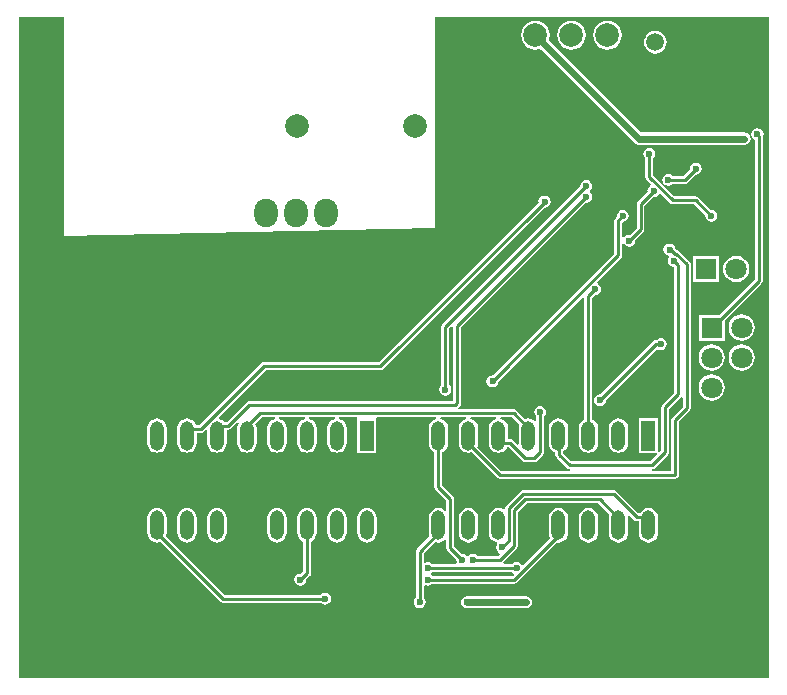
<source format=gbl>
G04*
G04 #@! TF.GenerationSoftware,Altium Limited,Altium Designer,19.1.5 (86)*
G04*
G04 Layer_Physical_Order=2*
G04 Layer_Color=16711680*
%FSLAX25Y25*%
%MOIN*%
G70*
G01*
G75*
%ADD14C,0.01000*%
%ADD64C,0.02362*%
%ADD66R,0.05906X0.05906*%
%ADD67C,0.05906*%
%ADD68C,0.07874*%
%ADD69C,0.07087*%
%ADD70R,0.07087X0.07087*%
%ADD71R,0.07087X0.07087*%
%ADD72O,0.07874X0.09449*%
%ADD73O,0.04724X0.09843*%
%ADD74R,0.04724X0.09843*%
%ADD75C,0.11811*%
%ADD76C,0.02362*%
G36*
X562848Y433268D02*
Y322638D01*
Y266680D01*
X312825D01*
Y317000D01*
Y409055D01*
Y414011D01*
Y460000D01*
Y487257D01*
X327953D01*
Y414309D01*
X451575Y416741D01*
X451575Y487257D01*
X562848D01*
Y433268D01*
D02*
G37*
%LPC*%
G36*
X509055Y485880D02*
X507819Y485717D01*
X506666Y485240D01*
X505677Y484481D01*
X504917Y483491D01*
X504440Y482339D01*
X504277Y481102D01*
X504440Y479866D01*
X504917Y478713D01*
X505677Y477724D01*
X506666Y476965D01*
X507819Y476487D01*
X509055Y476325D01*
X510292Y476487D01*
X511444Y476965D01*
X512434Y477724D01*
X513193Y478713D01*
X513670Y479866D01*
X513833Y481102D01*
X513670Y482339D01*
X513193Y483491D01*
X512434Y484481D01*
X511444Y485240D01*
X510292Y485717D01*
X509055Y485880D01*
D02*
G37*
G36*
X497055D02*
X495819Y485717D01*
X494666Y485240D01*
X493677Y484481D01*
X492917Y483491D01*
X492440Y482339D01*
X492277Y481102D01*
X492440Y479866D01*
X492917Y478713D01*
X493677Y477724D01*
X494666Y476965D01*
X495819Y476487D01*
X497055Y476325D01*
X498292Y476487D01*
X499444Y476965D01*
X500434Y477724D01*
X501193Y478713D01*
X501670Y479866D01*
X501833Y481102D01*
X501670Y482339D01*
X501193Y483491D01*
X500434Y484481D01*
X499444Y485240D01*
X498292Y485717D01*
X497055Y485880D01*
D02*
G37*
G36*
X525039Y482525D02*
X524060Y482396D01*
X523147Y482018D01*
X522363Y481417D01*
X521761Y480633D01*
X521383Y479720D01*
X521254Y478740D01*
X521383Y477761D01*
X521761Y476848D01*
X522363Y476064D01*
X523147Y475462D01*
X524060Y475084D01*
X525039Y474955D01*
X526019Y475084D01*
X526932Y475462D01*
X527716Y476064D01*
X528317Y476848D01*
X528696Y477761D01*
X528825Y478740D01*
X528696Y479720D01*
X528317Y480633D01*
X527716Y481417D01*
X526932Y482018D01*
X526019Y482396D01*
X525039Y482525D01*
D02*
G37*
G36*
X485055Y485880D02*
X483818Y485717D01*
X482666Y485240D01*
X481677Y484481D01*
X480917Y483491D01*
X480440Y482339D01*
X480277Y481102D01*
X480440Y479866D01*
X480917Y478713D01*
X481677Y477724D01*
X482666Y476965D01*
X483818Y476487D01*
X485055Y476325D01*
X486292Y476487D01*
X486661Y476640D01*
X518076Y445225D01*
X518731Y444787D01*
X519504Y444633D01*
X554724D01*
X555497Y444787D01*
X556153Y445225D01*
X556591Y445880D01*
X556744Y446653D01*
X556591Y447426D01*
X556153Y448081D01*
X555497Y448519D01*
X554724Y448673D01*
X520341D01*
X489517Y479497D01*
X489670Y479866D01*
X489833Y481102D01*
X489670Y482339D01*
X489193Y483491D01*
X488434Y484481D01*
X487444Y485240D01*
X486292Y485717D01*
X485055Y485880D01*
D02*
G37*
G36*
X523019Y443555D02*
X522246Y443401D01*
X521590Y442963D01*
X521152Y442308D01*
X520998Y441535D01*
X521152Y440762D01*
X521590Y440107D01*
X521693Y440038D01*
Y433793D01*
X521794Y433286D01*
X522081Y432856D01*
X523494Y431443D01*
X523393Y430837D01*
X522981Y430562D01*
X522543Y429907D01*
X522390Y429134D01*
X522414Y429013D01*
X519141Y425740D01*
X518854Y425310D01*
X518753Y424803D01*
Y416889D01*
X516459Y414594D01*
X516337Y414618D01*
X515564Y414465D01*
X514909Y414027D01*
X514766Y413813D01*
X514086Y413694D01*
X514003Y413755D01*
Y418370D01*
X514173Y418846D01*
X514946Y419000D01*
X515601Y419438D01*
X516039Y420093D01*
X516193Y420866D01*
X516039Y421639D01*
X515601Y422294D01*
X514946Y422732D01*
X514173Y422886D01*
X513400Y422732D01*
X512745Y422294D01*
X512307Y421639D01*
X512153Y420866D01*
X512178Y420745D01*
X511740Y420307D01*
X511453Y419877D01*
X511352Y419370D01*
Y408230D01*
X470865Y367744D01*
X470744Y367768D01*
X469971Y367614D01*
X469315Y367176D01*
X468878Y366521D01*
X468724Y365748D01*
X468878Y364975D01*
X469315Y364320D01*
X469971Y363882D01*
X470744Y363728D01*
X471517Y363882D01*
X472172Y364320D01*
X472610Y364975D01*
X472764Y365748D01*
X472740Y365869D01*
X500852Y393982D01*
X501352Y393774D01*
Y353071D01*
X501083Y352959D01*
X500422Y352452D01*
X499915Y351792D01*
X499596Y351022D01*
X499488Y350197D01*
Y345079D01*
X499596Y344253D01*
X499915Y343484D01*
X500422Y342823D01*
X501083Y342317D01*
X501852Y341998D01*
X502677Y341889D01*
X503503Y341998D01*
X504272Y342317D01*
X504932Y342823D01*
X505439Y343484D01*
X505758Y344253D01*
X505867Y345079D01*
Y350197D01*
X505758Y351022D01*
X505439Y351792D01*
X504932Y352452D01*
X504272Y352959D01*
X504003Y353071D01*
Y393652D01*
X504812Y394461D01*
X504933Y394437D01*
X505706Y394590D01*
X506361Y395028D01*
X506799Y395684D01*
X506953Y396457D01*
X506799Y397230D01*
X506361Y397885D01*
X505822Y398245D01*
X505671Y398801D01*
X513615Y406744D01*
X513902Y407174D01*
X514003Y407681D01*
Y411442D01*
X514086Y411503D01*
X514766Y411384D01*
X514909Y411170D01*
X515564Y410732D01*
X516337Y410578D01*
X517110Y410732D01*
X517766Y411170D01*
X518203Y411825D01*
X518357Y412598D01*
X518333Y412720D01*
X521016Y415403D01*
X521303Y415833D01*
X521404Y416340D01*
Y424254D01*
X524288Y427138D01*
X524409Y427114D01*
X525182Y427268D01*
X525838Y427706D01*
X526113Y428117D01*
X526718Y428219D01*
X529841Y425096D01*
X530271Y424808D01*
X530779Y424708D01*
X537971D01*
X541692Y420987D01*
X541668Y420866D01*
X541821Y420093D01*
X542259Y419437D01*
X542915Y418999D01*
X543688Y418846D01*
X544461Y418999D01*
X545116Y419437D01*
X545554Y420093D01*
X545708Y420866D01*
X545554Y421639D01*
X545116Y422294D01*
X544461Y422732D01*
X543688Y422886D01*
X543566Y422861D01*
X539458Y426970D01*
X539028Y427258D01*
X538520Y427358D01*
X531328D01*
X527720Y430966D01*
X528039Y431354D01*
X528169Y431268D01*
X528558Y431007D01*
X529331Y430854D01*
X530104Y431007D01*
X530760Y431445D01*
X530828Y431548D01*
X534780D01*
X535287Y431649D01*
X535717Y431936D01*
X538399Y434618D01*
X538520Y434594D01*
X539293Y434748D01*
X539949Y435186D01*
X540386Y435841D01*
X540540Y436614D01*
X540386Y437387D01*
X539949Y438042D01*
X539293Y438480D01*
X538520Y438634D01*
X537747Y438480D01*
X537092Y438042D01*
X536654Y437387D01*
X536501Y436614D01*
X536525Y436493D01*
X534231Y434199D01*
X530828D01*
X530760Y434302D01*
X530104Y434739D01*
X529331Y434893D01*
X528558Y434739D01*
X527903Y434302D01*
X527465Y433646D01*
X527311Y432873D01*
X527465Y432100D01*
X527726Y431711D01*
X527812Y431581D01*
X527424Y431262D01*
X524344Y434342D01*
Y440038D01*
X524447Y440107D01*
X524885Y440762D01*
X525038Y441535D01*
X524885Y442308D01*
X524447Y442963D01*
X523791Y443401D01*
X523019Y443555D01*
D02*
G37*
G36*
X501969Y432874D02*
X501196Y432720D01*
X500540Y432282D01*
X500103Y431627D01*
X499949Y430854D01*
X499973Y430733D01*
X454063Y384823D01*
X453776Y384393D01*
X453675Y383886D01*
Y364489D01*
X453572Y364420D01*
X453134Y363765D01*
X452980Y362992D01*
X453134Y362219D01*
X453572Y361564D01*
X454227Y361126D01*
X455000Y360972D01*
X455773Y361126D01*
X456429Y361564D01*
X456867Y362219D01*
X457020Y362992D01*
X456867Y363765D01*
X456429Y364420D01*
X456326Y364489D01*
Y383337D01*
X457033Y384044D01*
X457533Y383837D01*
Y359200D01*
X389685D01*
X389178Y359099D01*
X388748Y358811D01*
X382171Y352235D01*
X381320D01*
X381153Y352452D01*
X380492Y352959D01*
X379723Y353278D01*
X379569Y353298D01*
X379408Y353771D01*
X395177Y369541D01*
X433365D01*
X433873Y369642D01*
X434303Y369929D01*
X487968Y423595D01*
X488090Y423571D01*
X488863Y423724D01*
X489518Y424162D01*
X489956Y424818D01*
X490110Y425591D01*
X489956Y426364D01*
X489518Y427019D01*
X488863Y427457D01*
X488090Y427610D01*
X487317Y427457D01*
X486661Y427019D01*
X486224Y426364D01*
X486070Y425591D01*
X486094Y425469D01*
X432816Y372192D01*
X394628D01*
X394121Y372091D01*
X393691Y371803D01*
X372910Y351022D01*
X371978D01*
X371978Y351022D01*
X371660Y351792D01*
X371153Y352452D01*
X370492Y352959D01*
X369723Y353278D01*
X368898Y353386D01*
X368072Y353278D01*
X367303Y352959D01*
X366642Y352452D01*
X366135Y351792D01*
X365817Y351022D01*
X365708Y350197D01*
Y345079D01*
X365817Y344253D01*
X366135Y343484D01*
X366642Y342823D01*
X367303Y342317D01*
X368072Y341998D01*
X368898Y341889D01*
X369723Y341998D01*
X370492Y342317D01*
X371153Y342823D01*
X371660Y343484D01*
X371978Y344253D01*
X372087Y345079D01*
Y348371D01*
X373459D01*
X373966Y348472D01*
X374396Y348760D01*
X375246Y349609D01*
X375708Y349418D01*
Y345079D01*
X375817Y344253D01*
X376135Y343484D01*
X376642Y342823D01*
X377303Y342317D01*
X378072Y341998D01*
X378898Y341889D01*
X379723Y341998D01*
X380492Y342317D01*
X381153Y342823D01*
X381660Y343484D01*
X381978Y344253D01*
X382087Y345079D01*
Y349584D01*
X382720D01*
X383228Y349685D01*
X383658Y349972D01*
X385723Y352038D01*
X386135Y351792D01*
X385817Y351022D01*
X385708Y350197D01*
Y345079D01*
X385817Y344253D01*
X386135Y343484D01*
X386642Y342823D01*
X387303Y342317D01*
X388072Y341998D01*
X388898Y341889D01*
X389723Y341998D01*
X390492Y342317D01*
X391153Y342823D01*
X391660Y343484D01*
X391978Y344253D01*
X392087Y345079D01*
Y350197D01*
X391978Y351022D01*
X391717Y351654D01*
X393856Y353793D01*
X398153D01*
X398186Y353293D01*
X398072Y353278D01*
X397303Y352959D01*
X396642Y352452D01*
X396135Y351792D01*
X395817Y351022D01*
X395708Y350197D01*
Y345079D01*
X395817Y344253D01*
X396135Y343484D01*
X396642Y342823D01*
X397303Y342317D01*
X398072Y341998D01*
X398898Y341889D01*
X399723Y341998D01*
X400492Y342317D01*
X401153Y342823D01*
X401660Y343484D01*
X401978Y344253D01*
X402087Y345079D01*
Y350197D01*
X401978Y351022D01*
X401660Y351792D01*
X401153Y352452D01*
X400492Y352959D01*
X399723Y353278D01*
X399609Y353293D01*
X399642Y353793D01*
X408153D01*
X408186Y353293D01*
X408072Y353278D01*
X407303Y352959D01*
X406642Y352452D01*
X406135Y351792D01*
X405817Y351022D01*
X405708Y350197D01*
Y345079D01*
X405817Y344253D01*
X406135Y343484D01*
X406642Y342823D01*
X407303Y342317D01*
X408072Y341998D01*
X408898Y341889D01*
X409723Y341998D01*
X410492Y342317D01*
X411153Y342823D01*
X411660Y343484D01*
X411978Y344253D01*
X412087Y345079D01*
Y350197D01*
X411978Y351022D01*
X411660Y351792D01*
X411153Y352452D01*
X410492Y352959D01*
X409723Y353278D01*
X409609Y353293D01*
X409642Y353793D01*
X418153D01*
X418186Y353293D01*
X418072Y353278D01*
X417303Y352959D01*
X416642Y352452D01*
X416135Y351792D01*
X415817Y351022D01*
X415708Y350197D01*
Y345079D01*
X415817Y344253D01*
X416135Y343484D01*
X416642Y342823D01*
X417303Y342317D01*
X418072Y341998D01*
X418898Y341889D01*
X419723Y341998D01*
X420492Y342317D01*
X421153Y342823D01*
X421660Y343484D01*
X421978Y344253D01*
X422087Y345079D01*
Y350197D01*
X421978Y351022D01*
X421660Y351792D01*
X421153Y352452D01*
X420492Y352959D01*
X419723Y353278D01*
X419609Y353293D01*
X419642Y353793D01*
X425575D01*
X425735Y353359D01*
X425735Y353293D01*
Y341916D01*
X432060D01*
Y353293D01*
X432060Y353359D01*
X432220Y353793D01*
X451933D01*
X451965Y353293D01*
X451852Y353278D01*
X451083Y352959D01*
X450422Y352452D01*
X449915Y351792D01*
X449596Y351022D01*
X449488Y350197D01*
Y345079D01*
X449596Y344253D01*
X449915Y343484D01*
X450422Y342823D01*
X451083Y342317D01*
X451352Y342205D01*
Y330394D01*
X451453Y329886D01*
X451740Y329456D01*
X455328Y325868D01*
Y322770D01*
X454828Y322611D01*
X454272Y323038D01*
X453503Y323357D01*
X452677Y323465D01*
X451852Y323357D01*
X451083Y323038D01*
X450422Y322531D01*
X449915Y321870D01*
X449596Y321101D01*
X449488Y320276D01*
Y315158D01*
X449596Y314332D01*
X449708Y314063D01*
X445519Y309874D01*
X445232Y309444D01*
X445131Y308937D01*
Y293623D01*
X445028Y293554D01*
X444591Y292899D01*
X444437Y292126D01*
X444591Y291353D01*
X445028Y290698D01*
X445684Y290260D01*
X446457Y290106D01*
X447230Y290260D01*
X447885Y290698D01*
X448323Y291353D01*
X448477Y292126D01*
X448323Y292899D01*
X447885Y293554D01*
X447782Y293623D01*
Y297578D01*
X448282Y297845D01*
X448439Y297740D01*
X449212Y297586D01*
X449985Y297740D01*
X450640Y298178D01*
X450709Y298281D01*
X478071D01*
X478579Y298382D01*
X479009Y298669D01*
X492351Y312011D01*
X492677Y311968D01*
X493503Y312077D01*
X494272Y312395D01*
X494933Y312902D01*
X495439Y313563D01*
X495758Y314332D01*
X495867Y315158D01*
Y320276D01*
X495758Y321101D01*
X495439Y321870D01*
X494933Y322531D01*
X494272Y323038D01*
X493503Y323357D01*
X492677Y323465D01*
X491852Y323357D01*
X491082Y323038D01*
X490422Y322531D01*
X489915Y321870D01*
X489596Y321101D01*
X489488Y320276D01*
Y315158D01*
X489596Y314332D01*
X489915Y313563D01*
X490019Y313428D01*
X481049Y304458D01*
X480443Y304560D01*
X480168Y304972D01*
X479513Y305410D01*
X478740Y305563D01*
X477967Y305410D01*
X477312Y304972D01*
X477243Y304869D01*
X474446D01*
X474291Y305340D01*
X474291Y305369D01*
X478736Y309815D01*
X479024Y310245D01*
X479125Y310752D01*
Y322132D01*
X482084Y325092D01*
X505986D01*
X509708Y321370D01*
X509596Y321101D01*
X509488Y320276D01*
Y315158D01*
X509596Y314332D01*
X509915Y313563D01*
X510422Y312902D01*
X511083Y312395D01*
X511852Y312077D01*
X512677Y311968D01*
X513503Y312077D01*
X514272Y312395D01*
X514932Y312902D01*
X515439Y313563D01*
X515758Y314332D01*
X515867Y315158D01*
Y320276D01*
X515782Y320916D01*
X516256Y321149D01*
X517878Y319527D01*
X518308Y319240D01*
X518815Y319139D01*
X519488D01*
Y315158D01*
X519596Y314332D01*
X519915Y313563D01*
X520422Y312902D01*
X521082Y312395D01*
X521852Y312077D01*
X522677Y311968D01*
X523503Y312077D01*
X524272Y312395D01*
X524932Y312902D01*
X525439Y313563D01*
X525758Y314332D01*
X525867Y315158D01*
Y320276D01*
X525758Y321101D01*
X525439Y321870D01*
X524932Y322531D01*
X524272Y323038D01*
X523503Y323357D01*
X522677Y323465D01*
X521852Y323357D01*
X521082Y323038D01*
X520422Y322531D01*
X519915Y321870D01*
X519882Y321790D01*
X519364D01*
X512170Y328984D01*
X511740Y329272D01*
X511232Y329373D01*
X480860D01*
X480353Y329272D01*
X479923Y328984D01*
X475232Y324293D01*
X474945Y323864D01*
X474844Y323356D01*
Y323164D01*
X474395Y322943D01*
X474272Y323038D01*
X473503Y323357D01*
X472677Y323465D01*
X471852Y323357D01*
X471082Y323038D01*
X470422Y322531D01*
X469915Y321870D01*
X469596Y321101D01*
X469488Y320276D01*
Y315158D01*
X469596Y314332D01*
X469915Y313563D01*
X470422Y312902D01*
X471082Y312395D01*
X471852Y312077D01*
X472150Y312037D01*
X472393Y311501D01*
X472138Y311119D01*
X471984Y310346D01*
X472138Y309573D01*
X472576Y308918D01*
X473060Y308594D01*
X473190Y308017D01*
X472797Y307625D01*
X465670D01*
X465601Y307728D01*
X464946Y308165D01*
X464173Y308319D01*
X463400Y308165D01*
X462745Y307728D01*
X462652Y307588D01*
X462152D01*
X462058Y307728D01*
X461403Y308165D01*
X460630Y308319D01*
X460509Y308295D01*
X457979Y310825D01*
Y326417D01*
X457878Y326924D01*
X457591Y327355D01*
X454003Y330943D01*
Y342205D01*
X454272Y342317D01*
X454932Y342823D01*
X455439Y343484D01*
X455758Y344253D01*
X455867Y345079D01*
Y350197D01*
X455758Y351022D01*
X455439Y351792D01*
X454932Y352452D01*
X454272Y352959D01*
X453503Y353278D01*
X453389Y353293D01*
X453422Y353793D01*
X461933D01*
X461965Y353293D01*
X461852Y353278D01*
X461083Y352959D01*
X460422Y352452D01*
X459915Y351792D01*
X459596Y351022D01*
X459488Y350197D01*
Y345079D01*
X459596Y344253D01*
X459915Y343484D01*
X460422Y342823D01*
X461083Y342317D01*
X461852Y341998D01*
X462677Y341889D01*
X463503Y341998D01*
X463772Y342109D01*
X472173Y333708D01*
X472603Y333421D01*
X473110Y333320D01*
X531692D01*
X532199Y333421D01*
X532629Y333708D01*
X532916Y334138D01*
X533017Y334646D01*
Y352402D01*
X536370Y355756D01*
X536658Y356186D01*
X536759Y356693D01*
Y404843D01*
X536658Y405350D01*
X536370Y405780D01*
X532997Y409154D01*
X532567Y409441D01*
X532074Y409539D01*
X531713Y409900D01*
X531614Y410395D01*
X531177Y411050D01*
X530521Y411488D01*
X529748Y411642D01*
X528975Y411488D01*
X528320Y411050D01*
X527882Y410395D01*
X527728Y409622D01*
X527882Y408849D01*
X528320Y408193D01*
X528975Y407756D01*
X529351Y407681D01*
X529364Y407667D01*
X529540Y407133D01*
X529236Y406678D01*
X529082Y405905D01*
X529236Y405132D01*
X529674Y404477D01*
X530329Y404039D01*
X531102Y403886D01*
X531352Y403440D01*
Y361966D01*
X527409Y358024D01*
X527122Y357594D01*
X527021Y357087D01*
Y342722D01*
X526339Y342040D01*
X525839Y342247D01*
Y353359D01*
X519515D01*
Y341916D01*
X525509D01*
X525716Y341417D01*
X523420Y339121D01*
X497006D01*
X494361Y341766D01*
Y342385D01*
X494933Y342823D01*
X495439Y343484D01*
X495758Y344253D01*
X495867Y345079D01*
Y350197D01*
X495758Y351022D01*
X495439Y351792D01*
X494933Y352452D01*
X494272Y352959D01*
X493503Y353278D01*
X492677Y353386D01*
X491852Y353278D01*
X491082Y352959D01*
X490422Y352452D01*
X489915Y351792D01*
X489596Y351022D01*
X489488Y350197D01*
Y345079D01*
X489596Y344253D01*
X489915Y343484D01*
X490422Y342823D01*
X491082Y342317D01*
X491710Y342057D01*
Y341216D01*
X491811Y340709D01*
X492098Y340279D01*
X495519Y336858D01*
X495949Y336571D01*
X496457Y336470D01*
X496454Y335971D01*
X473659D01*
X465647Y343984D01*
X465758Y344253D01*
X465867Y345079D01*
Y350197D01*
X465758Y351022D01*
X465439Y351792D01*
X464932Y352452D01*
X464272Y352959D01*
X463503Y353278D01*
X463389Y353293D01*
X463422Y353793D01*
X471933D01*
X471965Y353293D01*
X471852Y353278D01*
X471082Y352959D01*
X470422Y352452D01*
X469915Y351792D01*
X469596Y351022D01*
X469488Y350197D01*
Y345079D01*
X469596Y344253D01*
X469915Y343484D01*
X470422Y342823D01*
X471082Y342317D01*
X471852Y341998D01*
X472677Y341889D01*
X473503Y341998D01*
X474272Y342317D01*
X474932Y342823D01*
X475439Y343484D01*
X475550Y343751D01*
X476072Y343814D01*
X480665Y339220D01*
X481096Y338933D01*
X481603Y338832D01*
X484599D01*
X485107Y338933D01*
X485536Y339220D01*
X487551Y341235D01*
X487839Y341665D01*
X487940Y342172D01*
Y354015D01*
X488042Y354083D01*
X488480Y354739D01*
X488634Y355512D01*
X488480Y356285D01*
X488042Y356940D01*
X487387Y357378D01*
X486614Y357532D01*
X485841Y357378D01*
X485186Y356940D01*
X484748Y356285D01*
X484594Y355512D01*
X484748Y354739D01*
X485186Y354083D01*
X485289Y354015D01*
Y352759D01*
X484789Y352562D01*
X484272Y352959D01*
X483503Y353278D01*
X482677Y353386D01*
X481852Y353278D01*
X481582Y353166D01*
X478693Y356055D01*
X478263Y356343D01*
X477756Y356444D01*
X459372D01*
X459218Y356914D01*
X459217Y356944D01*
X459796Y357523D01*
X460083Y357953D01*
X460184Y358460D01*
Y383664D01*
X501847Y425327D01*
X501968Y425303D01*
X502741Y425457D01*
X503397Y425894D01*
X503835Y426550D01*
X503988Y427323D01*
X503835Y428096D01*
X503397Y428751D01*
X503266Y428838D01*
Y429338D01*
X503397Y429426D01*
X503835Y430081D01*
X503989Y430854D01*
X503835Y431627D01*
X503397Y432282D01*
X502742Y432720D01*
X501969Y432874D01*
D02*
G37*
G36*
X546312Y407493D02*
X537625D01*
Y398806D01*
X546312D01*
Y407493D01*
D02*
G37*
G36*
X551968Y407530D02*
X550835Y407381D01*
X549778Y406944D01*
X548871Y406247D01*
X548175Y405340D01*
X547737Y404283D01*
X547588Y403150D01*
X547737Y402016D01*
X548175Y400959D01*
X548871Y400052D01*
X549778Y399356D01*
X550835Y398918D01*
X551968Y398769D01*
X553102Y398918D01*
X554159Y399356D01*
X555066Y400052D01*
X555762Y400959D01*
X556200Y402016D01*
X556349Y403150D01*
X556200Y404283D01*
X555762Y405340D01*
X555066Y406247D01*
X554159Y406944D01*
X553102Y407381D01*
X551968Y407530D01*
D02*
G37*
G36*
X559055Y450051D02*
X558282Y449898D01*
X557627Y449460D01*
X557189Y448805D01*
X557035Y448032D01*
X557189Y447259D01*
X557627Y446603D01*
X558123Y446271D01*
Y399801D01*
X546288Y387965D01*
X539476D01*
Y379279D01*
X548162D01*
Y386091D01*
X560386Y398315D01*
X560673Y398745D01*
X560774Y399252D01*
Y447039D01*
X560921Y447259D01*
X561075Y448032D01*
X560921Y448805D01*
X560483Y449460D01*
X559828Y449898D01*
X559055Y450051D01*
D02*
G37*
G36*
X553819Y388003D02*
X552685Y387854D01*
X551629Y387416D01*
X550721Y386720D01*
X550025Y385812D01*
X549587Y384756D01*
X549438Y383622D01*
X549587Y382488D01*
X550025Y381432D01*
X550721Y380524D01*
X551629Y379828D01*
X552685Y379391D01*
X553819Y379241D01*
X554953Y379391D01*
X556009Y379828D01*
X556917Y380524D01*
X557613Y381432D01*
X558050Y382488D01*
X558200Y383622D01*
X558050Y384756D01*
X557613Y385812D01*
X556917Y386720D01*
X556009Y387416D01*
X554953Y387854D01*
X553819Y388003D01*
D02*
G37*
G36*
X526846Y380170D02*
X526073Y380016D01*
X525418Y379578D01*
X525349Y379475D01*
X525295D01*
X524788Y379374D01*
X524358Y379087D01*
X506715Y361444D01*
X506593Y361468D01*
X505820Y361314D01*
X505165Y360876D01*
X504727Y360221D01*
X504573Y359448D01*
X504727Y358675D01*
X505165Y358020D01*
X505820Y357582D01*
X506593Y357428D01*
X507366Y357582D01*
X508022Y358020D01*
X508460Y358675D01*
X508613Y359448D01*
X508589Y359569D01*
X525612Y376592D01*
X526073Y376283D01*
X526846Y376130D01*
X527619Y376283D01*
X528274Y376721D01*
X528712Y377377D01*
X528866Y378150D01*
X528712Y378923D01*
X528274Y379578D01*
X527619Y380016D01*
X526846Y380170D01*
D02*
G37*
G36*
X553819Y378003D02*
X552685Y377853D01*
X551629Y377416D01*
X550721Y376720D01*
X550025Y375812D01*
X549587Y374756D01*
X549438Y373622D01*
X549587Y372488D01*
X550025Y371432D01*
X550721Y370524D01*
X551629Y369828D01*
X552685Y369391D01*
X553819Y369241D01*
X554953Y369391D01*
X556009Y369828D01*
X556917Y370524D01*
X557613Y371432D01*
X558050Y372488D01*
X558200Y373622D01*
X558050Y374756D01*
X557613Y375812D01*
X556917Y376720D01*
X556009Y377416D01*
X554953Y377853D01*
X553819Y378003D01*
D02*
G37*
G36*
X543819D02*
X542685Y377853D01*
X541629Y377416D01*
X540721Y376720D01*
X540025Y375812D01*
X539587Y374756D01*
X539438Y373622D01*
X539587Y372488D01*
X540025Y371432D01*
X540721Y370524D01*
X541629Y369828D01*
X542685Y369391D01*
X543819Y369241D01*
X544953Y369391D01*
X546009Y369828D01*
X546917Y370524D01*
X547613Y371432D01*
X548050Y372488D01*
X548200Y373622D01*
X548050Y374756D01*
X547613Y375812D01*
X546917Y376720D01*
X546009Y377416D01*
X544953Y377853D01*
X543819Y378003D01*
D02*
G37*
G36*
Y368003D02*
X542685Y367853D01*
X541629Y367416D01*
X540721Y366720D01*
X540025Y365812D01*
X539587Y364756D01*
X539438Y363622D01*
X539587Y362488D01*
X540025Y361432D01*
X540721Y360524D01*
X541629Y359828D01*
X542685Y359390D01*
X543819Y359241D01*
X544953Y359390D01*
X546009Y359828D01*
X546917Y360524D01*
X547613Y361432D01*
X548050Y362488D01*
X548200Y363622D01*
X548050Y364756D01*
X547613Y365812D01*
X546917Y366720D01*
X546009Y367416D01*
X544953Y367853D01*
X543819Y368003D01*
D02*
G37*
G36*
X512677Y353386D02*
X511852Y353278D01*
X511083Y352959D01*
X510422Y352452D01*
X509915Y351792D01*
X509596Y351022D01*
X509488Y350197D01*
Y345079D01*
X509596Y344253D01*
X509915Y343484D01*
X510422Y342823D01*
X511083Y342317D01*
X511852Y341998D01*
X512677Y341889D01*
X513503Y341998D01*
X514272Y342317D01*
X514932Y342823D01*
X515439Y343484D01*
X515758Y344253D01*
X515867Y345079D01*
Y350197D01*
X515758Y351022D01*
X515439Y351792D01*
X514932Y352452D01*
X514272Y352959D01*
X513503Y353278D01*
X512677Y353386D01*
D02*
G37*
G36*
X358898D02*
X358072Y353278D01*
X357303Y352959D01*
X356642Y352452D01*
X356135Y351792D01*
X355817Y351022D01*
X355708Y350197D01*
Y345079D01*
X355817Y344253D01*
X356135Y343484D01*
X356642Y342823D01*
X357303Y342317D01*
X358072Y341998D01*
X358898Y341889D01*
X359723Y341998D01*
X360492Y342317D01*
X361153Y342823D01*
X361660Y343484D01*
X361978Y344253D01*
X362087Y345079D01*
Y350197D01*
X361978Y351022D01*
X361660Y351792D01*
X361153Y352452D01*
X360492Y352959D01*
X359723Y353278D01*
X358898Y353386D01*
D02*
G37*
G36*
X502677Y323465D02*
X501852Y323357D01*
X501083Y323038D01*
X500422Y322531D01*
X499915Y321870D01*
X499596Y321101D01*
X499488Y320276D01*
Y315158D01*
X499596Y314332D01*
X499915Y313563D01*
X500422Y312902D01*
X501083Y312395D01*
X501852Y312077D01*
X502677Y311968D01*
X503503Y312077D01*
X504272Y312395D01*
X504932Y312902D01*
X505439Y313563D01*
X505758Y314332D01*
X505867Y315158D01*
Y320276D01*
X505758Y321101D01*
X505439Y321870D01*
X504932Y322531D01*
X504272Y323038D01*
X503503Y323357D01*
X502677Y323465D01*
D02*
G37*
G36*
X462677D02*
X461852Y323357D01*
X461083Y323038D01*
X460422Y322531D01*
X459915Y321870D01*
X459596Y321101D01*
X459488Y320276D01*
Y315158D01*
X459596Y314332D01*
X459915Y313563D01*
X460422Y312902D01*
X461083Y312395D01*
X461852Y312077D01*
X462677Y311968D01*
X463503Y312077D01*
X464272Y312395D01*
X464932Y312902D01*
X465439Y313563D01*
X465758Y314332D01*
X465867Y315158D01*
Y320276D01*
X465758Y321101D01*
X465439Y321870D01*
X464932Y322531D01*
X464272Y323038D01*
X463503Y323357D01*
X462677Y323465D01*
D02*
G37*
G36*
X428898D02*
X428072Y323357D01*
X427303Y323038D01*
X426642Y322531D01*
X426135Y321870D01*
X425817Y321101D01*
X425708Y320276D01*
Y315158D01*
X425817Y314332D01*
X426135Y313563D01*
X426642Y312902D01*
X427303Y312395D01*
X428072Y312077D01*
X428898Y311968D01*
X429723Y312077D01*
X430492Y312395D01*
X431153Y312902D01*
X431660Y313563D01*
X431978Y314332D01*
X432087Y315158D01*
Y320276D01*
X431978Y321101D01*
X431660Y321870D01*
X431153Y322531D01*
X430492Y323038D01*
X429723Y323357D01*
X428898Y323465D01*
D02*
G37*
G36*
X418898D02*
X418072Y323357D01*
X417303Y323038D01*
X416642Y322531D01*
X416135Y321870D01*
X415817Y321101D01*
X415708Y320276D01*
Y315158D01*
X415817Y314332D01*
X416135Y313563D01*
X416642Y312902D01*
X417303Y312395D01*
X418072Y312077D01*
X418898Y311968D01*
X419723Y312077D01*
X420492Y312395D01*
X421153Y312902D01*
X421660Y313563D01*
X421978Y314332D01*
X422087Y315158D01*
Y320276D01*
X421978Y321101D01*
X421660Y321870D01*
X421153Y322531D01*
X420492Y323038D01*
X419723Y323357D01*
X418898Y323465D01*
D02*
G37*
G36*
X398898D02*
X398072Y323357D01*
X397303Y323038D01*
X396642Y322531D01*
X396135Y321870D01*
X395817Y321101D01*
X395708Y320276D01*
Y315158D01*
X395817Y314332D01*
X396135Y313563D01*
X396642Y312902D01*
X397303Y312395D01*
X398072Y312077D01*
X398898Y311968D01*
X399723Y312077D01*
X400492Y312395D01*
X401153Y312902D01*
X401660Y313563D01*
X401978Y314332D01*
X402087Y315158D01*
Y320276D01*
X401978Y321101D01*
X401660Y321870D01*
X401153Y322531D01*
X400492Y323038D01*
X399723Y323357D01*
X398898Y323465D01*
D02*
G37*
G36*
X378898D02*
X378072Y323357D01*
X377303Y323038D01*
X376642Y322531D01*
X376135Y321870D01*
X375817Y321101D01*
X375708Y320276D01*
Y315158D01*
X375817Y314332D01*
X376135Y313563D01*
X376642Y312902D01*
X377303Y312395D01*
X378072Y312077D01*
X378898Y311968D01*
X379723Y312077D01*
X380492Y312395D01*
X381153Y312902D01*
X381660Y313563D01*
X381978Y314332D01*
X382087Y315158D01*
Y320276D01*
X381978Y321101D01*
X381660Y321870D01*
X381153Y322531D01*
X380492Y323038D01*
X379723Y323357D01*
X378898Y323465D01*
D02*
G37*
G36*
X368898D02*
X368072Y323357D01*
X367303Y323038D01*
X366642Y322531D01*
X366135Y321870D01*
X365817Y321101D01*
X365708Y320276D01*
Y315158D01*
X365817Y314332D01*
X366135Y313563D01*
X366642Y312902D01*
X367303Y312395D01*
X368072Y312077D01*
X368898Y311968D01*
X369723Y312077D01*
X370492Y312395D01*
X371153Y312902D01*
X371660Y313563D01*
X371978Y314332D01*
X372087Y315158D01*
Y320276D01*
X371978Y321101D01*
X371660Y321870D01*
X371153Y322531D01*
X370492Y323038D01*
X369723Y323357D01*
X368898Y323465D01*
D02*
G37*
G36*
X408898D02*
X408072Y323357D01*
X407303Y323038D01*
X406642Y322531D01*
X406135Y321870D01*
X405817Y321101D01*
X405708Y320276D01*
Y315158D01*
X405817Y314332D01*
X406135Y313563D01*
X406642Y312902D01*
X407303Y312395D01*
X407572Y312284D01*
Y302360D01*
X406814Y301602D01*
X406693Y301626D01*
X405920Y301472D01*
X405265Y301035D01*
X404827Y300379D01*
X404673Y299606D01*
X404827Y298833D01*
X405265Y298178D01*
X405920Y297740D01*
X406693Y297586D01*
X407466Y297740D01*
X408121Y298178D01*
X408559Y298833D01*
X408713Y299606D01*
X408689Y299728D01*
X409835Y300874D01*
X410122Y301304D01*
X410223Y301811D01*
Y312284D01*
X410492Y312395D01*
X411153Y312902D01*
X411660Y313563D01*
X411978Y314332D01*
X412087Y315158D01*
Y320276D01*
X411978Y321101D01*
X411660Y321870D01*
X411153Y322531D01*
X410492Y323038D01*
X409723Y323357D01*
X408898Y323465D01*
D02*
G37*
G36*
X358898D02*
X358072Y323357D01*
X357303Y323038D01*
X356642Y322531D01*
X356135Y321870D01*
X355817Y321101D01*
X355708Y320276D01*
Y315158D01*
X355817Y314332D01*
X356135Y313563D01*
X356642Y312902D01*
X357303Y312395D01*
X358072Y312077D01*
X358898Y311968D01*
X359723Y312077D01*
X359992Y312188D01*
X379811Y292370D01*
X380241Y292083D01*
X380748Y291982D01*
X413464D01*
X413532Y291879D01*
X414188Y291441D01*
X414961Y291287D01*
X415734Y291441D01*
X416389Y291879D01*
X416827Y292534D01*
X416981Y293307D01*
X416827Y294080D01*
X416389Y294735D01*
X415734Y295173D01*
X414961Y295327D01*
X414188Y295173D01*
X413532Y294735D01*
X413464Y294633D01*
X381297D01*
X361867Y314063D01*
X361978Y314332D01*
X362087Y315158D01*
Y320276D01*
X361978Y321101D01*
X361660Y321870D01*
X361153Y322531D01*
X360492Y323038D01*
X359723Y323357D01*
X358898Y323465D01*
D02*
G37*
G36*
X481890Y294146D02*
X462184D01*
X461411Y293992D01*
X460755Y293554D01*
X460318Y292899D01*
X460164Y292126D01*
X460318Y291353D01*
X460755Y290698D01*
X461411Y290260D01*
X462184Y290106D01*
X481890D01*
X482663Y290260D01*
X483318Y290698D01*
X483756Y291353D01*
X483910Y292126D01*
X483756Y292899D01*
X483318Y293554D01*
X482663Y293992D01*
X481890Y294146D01*
D02*
G37*
%LPD*%
G36*
X479708Y351292D02*
X479596Y351022D01*
X479488Y350197D01*
Y345079D01*
X479522Y344820D01*
X479048Y344586D01*
X477477Y346158D01*
X477047Y346445D01*
X476539Y346546D01*
X475867D01*
Y350197D01*
X475758Y351022D01*
X475439Y351792D01*
X474932Y352452D01*
X474272Y352959D01*
X473503Y353278D01*
X473389Y353293D01*
X473422Y353793D01*
X477207D01*
X479708Y351292D01*
D02*
G37*
G36*
X533637Y360473D02*
X534108Y360318D01*
Y357242D01*
X530754Y353889D01*
X530467Y353459D01*
X530366Y352951D01*
Y335971D01*
X523973D01*
X523969Y336470D01*
X524477Y336571D01*
X524907Y336858D01*
X529284Y341235D01*
X529571Y341665D01*
X529672Y342172D01*
Y356538D01*
X533608Y360473D01*
X533637Y360473D01*
D02*
G37*
G36*
X455328Y312664D02*
Y310276D01*
X455429Y309768D01*
X455716Y309338D01*
X458634Y306420D01*
X458610Y306299D01*
X458764Y305526D01*
X458869Y305369D01*
X458602Y304869D01*
X450710D01*
X450641Y304972D01*
X449986Y305410D01*
X449213Y305563D01*
X448440Y305410D01*
X448282Y305304D01*
X447782Y305572D01*
Y308388D01*
X451582Y312188D01*
X451852Y312077D01*
X452677Y311968D01*
X453503Y312077D01*
X454272Y312395D01*
X454828Y312822D01*
X455328Y312664D01*
D02*
G37*
G36*
X477312Y302115D02*
X477724Y301840D01*
X477812Y301312D01*
X477469Y300932D01*
X450709D01*
X450640Y301035D01*
X450282Y301274D01*
Y301875D01*
X450641Y302115D01*
X450710Y302218D01*
X477243D01*
X477312Y302115D01*
D02*
G37*
D14*
X478071Y299606D02*
X492677Y314212D01*
X449212Y299606D02*
X478071D01*
X492677Y314212D02*
Y317717D01*
X525295Y378150D02*
X526846D01*
X506593Y359448D02*
X525295Y378150D01*
X535433Y356693D02*
Y404843D01*
X532060Y408216D02*
X535433Y404843D01*
X531522Y408216D02*
X532060D01*
X530117Y409622D02*
X531522Y408216D01*
X529748Y409622D02*
X530117D01*
X531102Y405905D02*
X532677Y404331D01*
Y361417D02*
Y404331D01*
X528346Y357087D02*
X532677Y361417D01*
X528346Y342172D02*
Y357087D01*
X523969Y337795D02*
X528346Y342172D01*
X496457Y337795D02*
X523969D01*
X493035Y341216D02*
X496457Y337795D01*
X493035Y341216D02*
Y347280D01*
X492677Y347638D02*
X493035Y347280D01*
X470744Y365748D02*
X512677Y407681D01*
Y419370D01*
X534780Y432873D02*
X538520Y436614D01*
X529331Y432873D02*
X534780D01*
X523019Y433793D02*
X530779Y426033D01*
X538520D01*
X523019Y433793D02*
Y441535D01*
X520079Y424803D02*
X524409Y429134D01*
X520079Y416340D02*
Y424803D01*
X516337Y412598D02*
X520079Y416340D01*
X538520Y426033D02*
X543688Y420866D01*
X559055Y448032D02*
X559449Y447638D01*
Y399252D02*
Y447638D01*
X543819Y383622D02*
X559449Y399252D01*
X531692Y352951D02*
X535433Y356693D01*
X531692Y334646D02*
Y352951D01*
X473110Y334646D02*
X531692D01*
X462677Y345079D02*
X473110Y334646D01*
X520957Y320465D02*
X522677Y318744D01*
X518815Y320465D02*
X520957D01*
X522677Y317717D02*
Y318744D01*
X511232Y328047D02*
X518815Y320465D01*
X477756Y355118D02*
X482677Y350197D01*
X393307Y355118D02*
X477756D01*
X482677Y347638D02*
Y350197D01*
X388898Y350709D02*
X393307Y355118D01*
X476539Y345221D02*
X481603Y340158D01*
X474398Y345221D02*
X476539D01*
X502677Y347638D02*
Y394201D01*
X504933Y396457D01*
X462677Y345079D02*
Y347638D01*
X481603Y340158D02*
X484599D01*
X472677Y346941D02*
X474398Y345221D01*
X472677Y346941D02*
Y347638D01*
X484599Y340158D02*
X486614Y342172D01*
Y355512D01*
X512677Y419370D02*
X514173Y420866D01*
X433365Y370866D02*
X488090Y425591D01*
X394628Y370866D02*
X433365D01*
X373459Y349697D02*
X394628Y370866D01*
X370618Y349697D02*
X373459D01*
X368898Y347976D02*
X370618Y349697D01*
X368898Y347638D02*
Y347976D01*
X458859Y384213D02*
X501968Y427323D01*
X458859Y358460D02*
Y384213D01*
X458273Y357874D02*
X458859Y358460D01*
X389685Y357874D02*
X458273D01*
X382720Y350909D02*
X389685Y357874D01*
X380618Y350909D02*
X382720D01*
X378898Y349189D02*
X380618Y350909D01*
X378898Y347638D02*
Y349189D01*
X455000Y383886D02*
X501969Y430854D01*
X455000Y362992D02*
Y383886D01*
X480860Y328047D02*
X511232D01*
X473346Y306299D02*
X477799Y310752D01*
X476169Y323356D02*
X480860Y328047D01*
X476169Y312512D02*
Y323356D01*
X474004Y310346D02*
X476169Y312512D01*
X477799Y310752D02*
Y322681D01*
X481535Y326417D01*
X506535D01*
X464173Y306299D02*
X473346D01*
X506535Y326417D02*
X512677Y320276D01*
Y317717D02*
Y320276D01*
X456654Y310276D02*
X460630Y306299D01*
X456654Y310276D02*
Y326417D01*
X452677Y330394D02*
X456654Y326417D01*
X452677Y330394D02*
Y347638D01*
X449213Y303543D02*
X478740D01*
X452402Y314882D02*
X452677D01*
X446457Y292126D02*
Y308937D01*
X452402Y314882D01*
X452677D02*
Y317717D01*
X462677Y315158D02*
Y317717D01*
X380748Y293307D02*
X414961D01*
X358898Y315158D02*
X380748Y293307D01*
X358898Y315158D02*
Y317717D01*
X406693Y299606D02*
X408898Y301811D01*
Y317717D01*
X388898Y347638D02*
Y350709D01*
D64*
X519504Y446653D02*
X554724D01*
X485055Y481102D02*
X519504Y446653D01*
X462184Y292126D02*
X481890D01*
D66*
X535039Y478740D02*
D03*
D67*
X525039D02*
D03*
D68*
X444882Y450862D02*
D03*
X405512D02*
D03*
X485055Y481102D02*
D03*
X497055D02*
D03*
X509055D02*
D03*
D69*
X551968Y403150D02*
D03*
X543819Y373622D02*
D03*
X553819Y383622D02*
D03*
Y373622D02*
D03*
X543819Y363622D02*
D03*
X553819D02*
D03*
D70*
X541968Y403150D02*
D03*
D71*
X543819Y383622D02*
D03*
D72*
X395354Y421728D02*
D03*
X405354D02*
D03*
X415354D02*
D03*
D73*
X358898Y317717D02*
D03*
X368898D02*
D03*
X378898D02*
D03*
X388898D02*
D03*
X398898D02*
D03*
X408898D02*
D03*
X418898D02*
D03*
X428898D02*
D03*
X358898Y347638D02*
D03*
X368898D02*
D03*
X378898D02*
D03*
X388898D02*
D03*
X398898D02*
D03*
X408898D02*
D03*
X418898D02*
D03*
X452677Y317717D02*
D03*
X462677D02*
D03*
X472677D02*
D03*
X482677D02*
D03*
X492677D02*
D03*
X502677D02*
D03*
X512677D02*
D03*
X522677D02*
D03*
X452677Y347638D02*
D03*
X462677D02*
D03*
X472677D02*
D03*
X482677D02*
D03*
X492677D02*
D03*
X502677D02*
D03*
X512677D02*
D03*
D74*
X428898D02*
D03*
X522677D02*
D03*
D75*
X555118Y275591D02*
D03*
X553937Y479921D02*
D03*
X319921Y275996D02*
D03*
X320079Y479528D02*
D03*
D76*
X526846Y378150D02*
D03*
X506593Y359448D02*
D03*
X554724Y446653D02*
D03*
X462184Y292126D02*
D03*
X481890D02*
D03*
X531102Y405905D02*
D03*
X529748Y409622D02*
D03*
X538520Y436614D02*
D03*
X529331Y432873D02*
D03*
X524409Y429134D02*
D03*
X559055Y448032D02*
D03*
X486614Y355512D02*
D03*
X516337Y412598D02*
D03*
X524409Y412598D02*
D03*
X504933Y396457D02*
D03*
X488090Y425591D02*
D03*
X501968Y427323D02*
D03*
X429921Y390945D02*
D03*
Y394094D02*
D03*
X426772Y394094D02*
D03*
X426752Y390945D02*
D03*
X433465Y394094D02*
D03*
Y390945D02*
D03*
X437008D02*
D03*
Y394094D02*
D03*
X430692Y386689D02*
D03*
X433465D02*
D03*
X437008D02*
D03*
X514173Y420866D02*
D03*
X470744Y365748D02*
D03*
X455000Y362992D02*
D03*
X501969Y430854D02*
D03*
X474004Y310346D02*
D03*
X464173Y306299D02*
D03*
X460630D02*
D03*
X449213Y303543D02*
D03*
X449212Y299606D02*
D03*
X478740Y303543D02*
D03*
X446457Y292126D02*
D03*
X484398Y282913D02*
D03*
X388954D02*
D03*
X414961Y293307D02*
D03*
X406693Y299606D02*
D03*
X523019Y441535D02*
D03*
X543688Y420866D02*
D03*
X524803Y462598D02*
D03*
X554724Y436614D02*
D03*
X521260Y386713D02*
D03*
X496510Y366982D02*
D03*
X506593Y368503D02*
D03*
X529625D02*
D03*
X340945Y385114D02*
D03*
X386221Y394563D02*
D03*
X371654Y388264D02*
D03*
X382874Y376453D02*
D03*
X397441Y361886D02*
D03*
X495669Y454212D02*
D03*
X492126D02*
D03*
X488976D02*
D03*
X485827D02*
D03*
Y450862D02*
D03*
X488976D02*
D03*
X492126D02*
D03*
X495669D02*
D03*
Y448032D02*
D03*
X492126D02*
D03*
X488976D02*
D03*
X485827D02*
D03*
M02*

</source>
